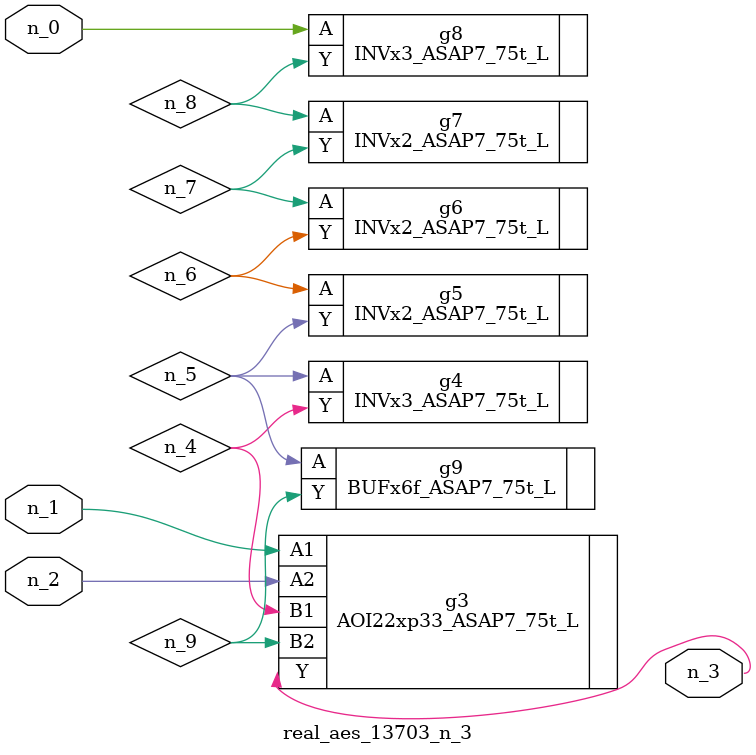
<source format=v>
module real_aes_13703_n_3 (n_0, n_2, n_1, n_3);
input n_0;
input n_2;
input n_1;
output n_3;
wire n_4;
wire n_5;
wire n_7;
wire n_9;
wire n_6;
wire n_8;
INVx3_ASAP7_75t_L g8 ( .A(n_0), .Y(n_8) );
AOI22xp33_ASAP7_75t_L g3 ( .A1(n_1), .A2(n_2), .B1(n_4), .B2(n_9), .Y(n_3) );
INVx3_ASAP7_75t_L g4 ( .A(n_5), .Y(n_4) );
BUFx6f_ASAP7_75t_L g9 ( .A(n_5), .Y(n_9) );
INVx2_ASAP7_75t_L g5 ( .A(n_6), .Y(n_5) );
INVx2_ASAP7_75t_L g6 ( .A(n_7), .Y(n_6) );
INVx2_ASAP7_75t_L g7 ( .A(n_8), .Y(n_7) );
endmodule
</source>
